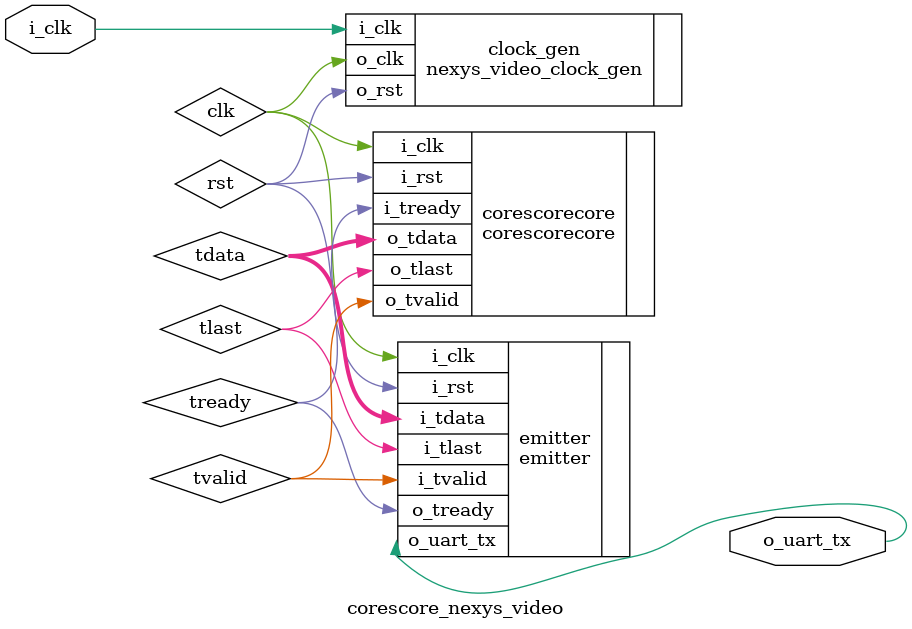
<source format=v>

`default_nettype none
module corescore_nexys_video
(
 input wire  i_clk,
 output wire o_uart_tx);

   wire      clk;
   wire      rst;

   nexys_video_clock_gen clock_gen
     (.i_clk (i_clk),
      .o_clk (clk),
      .o_rst (rst));

   parameter memfile_emitter = "emitter.hex";

   wire [7:0]  tdata;
   wire        tlast;
   wire        tvalid;
   wire        tready;

   corescorecore corescorecore
     (.i_clk     (clk),
      .i_rst     (rst),
      .o_tdata   (tdata),
      .o_tlast   (tlast),
      .o_tvalid  (tvalid),
      .i_tready  (tready));

   emitter #(.memfile (memfile_emitter)) emitter
     (.i_clk     (clk),
      .i_rst     (rst),
      .i_tdata   (tdata),
      .i_tlast   (tlast),
      .i_tvalid  (tvalid),
      .o_tready  (tready),
      .o_uart_tx (o_uart_tx));

endmodule

</source>
